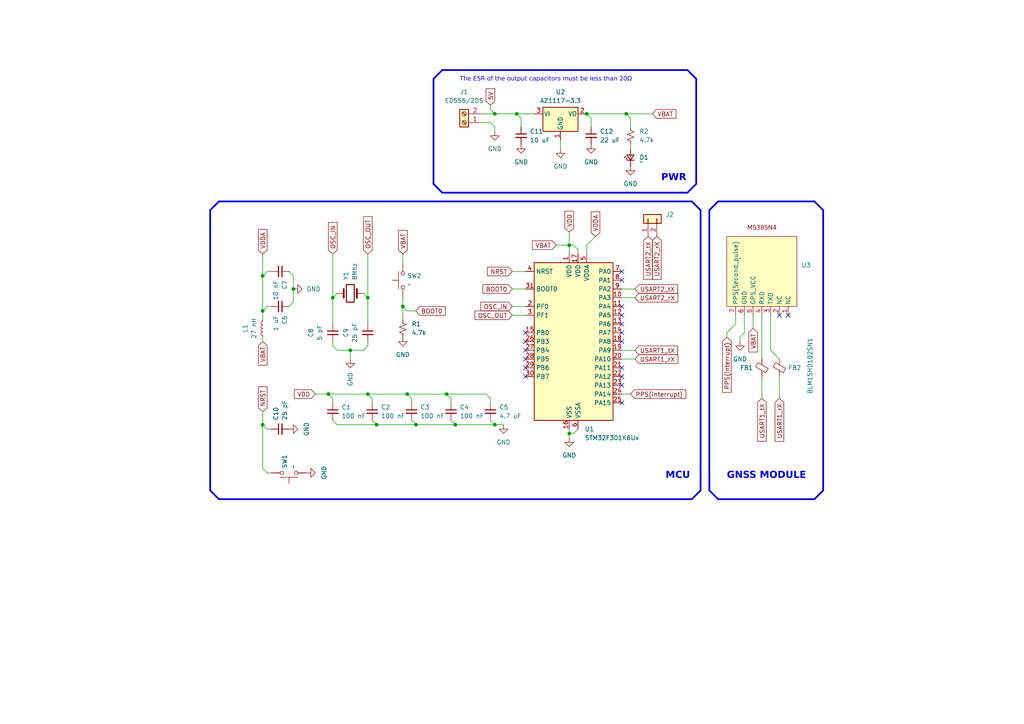
<source format=kicad_sch>
(kicad_sch (version 20230121) (generator eeschema)
  (paper "A4")
  (lib_symbols
    (symbol "Connector:Screw_Terminal_01x02" (pin_names (offset 1.016) hide)
      (property "Reference" "J" (at 0 2.54 0))
      (property "Value" "Screw_Terminal_01x02" (at 0 -5.08 0))
      (symbol "Screw_Terminal_01x02_1_1"
        (rectangle (start -1.27 1.27) (end 1.27 -3.81) (stroke (width 0.254)) (fill (type background)))
        (circle (center 0 -2.54) (radius 0.635) (stroke (width 0.1524)))
        (polyline (pts (xy -0.5334 -2.2098) (xy 0.3302 -3.048)) (stroke (width 0.1524)))
        (polyline (pts (xy -0.5334 0.3302) (xy 0.3302 -0.508)) (stroke (width 0.1524)))
        (polyline (pts (xy -0.3556 -2.032) (xy 0.508 -2.8702)) (stroke (width 0.1524)))
        (polyline (pts (xy -0.3556 0.508) (xy 0.508 -0.3302)) (stroke (width 0.1524)))
        (circle (center 0 0) (radius 0.635) (stroke (width 0.1524)))
        (pin passive line (at -5.08 0 0) (length 3.81) (name "Pin_1") (number "1"))
        (pin passive line (at -5.08 -2.54 0) (length 3.81) (name "Pin_2") (number "2"))
      )
    )
    (symbol "Connector_Generic:Conn_01x02" (pin_names (offset 1.016) hide)
      (property "Reference" "J" (at 0 2.54 0))
      (property "Value" "Conn_01x02" (at 0 -5.08 0))
      (symbol "Conn_01x02_1_1"
        (rectangle (start -1.27 -2.413) (end 0 -2.667) (stroke (width 0.1524)))
        (rectangle (start -1.27 0.127) (end 0 -0.127) (stroke (width 0.1524)))
        (rectangle (start -1.27 1.27) (end 1.27 -3.81) (stroke (width 0.254)) (fill (type background)))
        (pin passive line (at -5.08 0 0) (length 3.81) (name "Pin_1") (number "1"))
        (pin passive line (at -5.08 -2.54 0) (length 3.81) (name "Pin_2") (number "2"))
      )
    )
    (symbol "Device:C_Small" (pin_numbers hide) (pin_names (offset 0.254) hide)
      (property "Reference" "C" (at 0.254 1.778 0))
      (property "Value" "C_Small" (at 0.254 -2.032 0))
      (symbol "C_Small_0_1"
        (polyline (pts (xy -1.524 -0.508) (xy 1.524 -0.508)) (stroke (width 0.3302)))
        (polyline (pts (xy -1.524 0.508) (xy 1.524 0.508)) (stroke (width 0.3048)))
      )
      (symbol "C_Small_1_1"
        (pin passive line (at 0 2.54 270) (length 2.032) (name "~") (number "1"))
        (pin passive line (at 0 -2.54 90) (length 2.032) (name "~") (number "2"))
      )
    )
    (symbol "Device:Crystal" (pin_numbers hide) (pin_names (offset 1.016) hide)
      (property "Reference" "Y" (at 0 3.81 0))
      (property "Value" "Crystal" (at 0 -3.81 0))
      (symbol "Crystal_0_1"
        (rectangle (start -1.143 2.54) (end 1.143 -2.54) (stroke (width 0.3048)))
        (polyline (pts (xy -2.54 0) (xy -1.905 0)))
        (polyline (pts (xy -1.905 -1.27) (xy -1.905 1.27)) (stroke (width 0.508)))
        (polyline (pts (xy 1.905 -1.27) (xy 1.905 1.27)) (stroke (width 0.508)))
        (polyline (pts (xy 2.54 0) (xy 1.905 0)))
      )
      (symbol "Crystal_1_1"
        (pin passive line (at -3.81 0 0) (length 1.27) (name "1") (number "1"))
        (pin passive line (at 3.81 0 180) (length 1.27) (name "2") (number "2"))
      )
    )
    (symbol "Device:FerriteBead_Small" (pin_numbers hide) (pin_names (offset 0))
      (property "Reference" "FB" (at 1.905 1.27 0))
      (property "Value" "FerriteBead_Small" (at 1.905 -1.27 0))
      (symbol "FerriteBead_Small_0_1"
        (polyline (pts (xy 0 -1.27) (xy 0 -0.7874)))
        (polyline (pts (xy 0 0.889) (xy 0 1.2954)))
        (polyline (pts (xy -1.8288 0.2794) (xy -1.1176 1.4986) (xy 1.8288 -0.2032) (xy 1.1176 -1.4224) (xy -1.8288 0.2794)))
      )
      (symbol "FerriteBead_Small_1_1"
        (pin passive line (at 0 2.54 270) (length 1.27) (name "~") (number "1"))
        (pin passive line (at 0 -2.54 90) (length 1.27) (name "~") (number "2"))
      )
    )
    (symbol "Device:LED_Small" (pin_numbers hide) (pin_names (offset 0.254) hide)
      (property "Reference" "D" (at -1.27 3.175 0))
      (property "Value" "LED_Small" (at -4.445 -2.54 0))
      (symbol "LED_Small_0_1"
        (polyline (pts (xy -0.762 -1.016) (xy -0.762 1.016)) (stroke (width 0.254)))
        (polyline (pts (xy 1.016 0) (xy -0.762 0)))
        (polyline (pts (xy 0.762 -1.016) (xy -0.762 0) (xy 0.762 1.016) (xy 0.762 -1.016)) (stroke (width 0.254)))
        (polyline (pts (xy 0 0.762) (xy -0.508 1.27) (xy -0.254 1.27) (xy -0.508 1.27) (xy -0.508 1.016)))
        (polyline (pts (xy 0.508 1.27) (xy 0 1.778) (xy 0.254 1.778) (xy 0 1.778) (xy 0 1.524)))
      )
      (symbol "LED_Small_1_1"
        (pin passive line (at -2.54 0 0) (length 1.778) (name "K") (number "1"))
        (pin passive line (at 2.54 0 180) (length 1.778) (name "A") (number "2"))
      )
    )
    (symbol "Device:L_Small" (pin_numbers hide) (pin_names (offset 0.254) hide)
      (property "Reference" "L" (at 0.762 1.016 0))
      (property "Value" "L_Small" (at 0.762 -1.016 0))
      (symbol "L_Small_0_1"
        (arc (start 0 -2.032) (mid 0.5058 -1.524) (end 0 -1.016))
        (arc (start 0 -1.016) (mid 0.5058 -0.508) (end 0 0))
        (arc (start 0 0) (mid 0.5058 0.508) (end 0 1.016))
        (arc (start 0 1.016) (mid 0.5058 1.524) (end 0 2.032))
      )
      (symbol "L_Small_1_1"
        (pin passive line (at 0 2.54 270) (length 0.508) (name "~") (number "1"))
        (pin passive line (at 0 -2.54 90) (length 0.508) (name "~") (number "2"))
      )
    )
    (symbol "Device:R_Small_US" (pin_numbers hide) (pin_names (offset 0.254) hide)
      (property "Reference" "R" (at 0.762 0.508 0))
      (property "Value" "R_Small_US" (at 0.762 -1.016 0))
      (symbol "R_Small_US_1_1"
        (polyline (pts (xy 0 0) (xy 1.016 -0.381) (xy 0 -0.762) (xy -1.016 -1.143) (xy 0 -1.524)))
        (polyline (pts (xy 0 1.524) (xy 1.016 1.143) (xy 0 0.762) (xy -1.016 0.381) (xy 0 0)))
        (pin passive line (at 0 2.54 270) (length 1.016) (name "~") (number "1"))
        (pin passive line (at 0 -2.54 90) (length 1.016) (name "~") (number "2"))
      )
    )
    (symbol "GPS-PND:MS38SN4"
      (property "Reference" "U" (at -10.16 11.43 0))
      (symbol "MS38SN4_0_0"
        (text "" (at -2.54 -7.62 0) (effects (font (size 1.27 1.27))))
      )
      (symbol "MS38SN4_1_1"
        (rectangle (start -10.16 10.16) (end 10.16 -10.16) (fill (type background)))
        (text "MS38SN4" (at 0 12.7 0) (effects (font (size 1.27 1.27))))
        (pin passive line (at 7.62 -12.7 90) (length 2.54) (name "NC") (number "1"))
        (pin passive line (at 5.08 -12.7 90) (length 2.54) (name "NC") (number "2"))
        (pin output line (at 2.54 -12.7 90) (length 2.54) (name "TXD") (number "3"))
        (pin input line (at 0 -12.7 90) (length 2.54) (name "RXD") (number "4"))
        (pin power_in line (at -2.54 -12.7 90) (length 2.54) (name "GPS_VCC") (number "5"))
        (pin passive line (at -5.08 -12.7 90) (length 2.54) (name "GND") (number "6"))
        (pin passive line (at -7.62 -12.7 90) (length 2.54) (name "PPS(Second_pulse)") (number "7"))
      )
    )
    (symbol "MCU_ST_STM32F3:STM32F301K6Ux"
      (property "Reference" "U" (at -10.16 24.13 0))
      (property "Value" "STM32F301K6Ux" (at 7.62 24.13 0))
      (symbol "STM32F301K6Ux_0_1"
        (rectangle (start -10.16 -22.86) (end 12.7 22.86) (stroke (width 0.254)) (fill (type background)))
      )
      (symbol "STM32F301K6Ux_1_1"
        (pin power_in line (at 0 25.4 270) (length 2.54) (name "VDD") (number "1"))
        (pin bidirectional line (at 15.24 12.7 180) (length 2.54) (name "PA3") (number "10"))
        (pin bidirectional line (at 15.24 10.16 180) (length 2.54) (name "PA4") (number "11"))
        (pin bidirectional line (at 15.24 7.62 180) (length 2.54) (name "PA5") (number "12"))
        (pin bidirectional line (at 15.24 5.08 180) (length 2.54) (name "PA6") (number "13"))
        (pin bidirectional line (at 15.24 2.54 180) (length 2.54) (name "PA7") (number "14"))
        (pin bidirectional line (at -12.7 2.54 0) (length 2.54) (name "PB0") (number "15"))
        (pin power_in line (at 0 -25.4 90) (length 2.54) (name "VSS") (number "16"))
        (pin power_in line (at 2.54 25.4 270) (length 2.54) (name "VDD") (number "17"))
        (pin bidirectional line (at 15.24 0 180) (length 2.54) (name "PA8") (number "18"))
        (pin bidirectional line (at 15.24 -2.54 180) (length 2.54) (name "PA9") (number "19"))
        (pin bidirectional line (at -12.7 10.16 0) (length 2.54) (name "PF0") (number "2"))
        (pin bidirectional line (at 15.24 -5.08 180) (length 2.54) (name "PA10") (number "20"))
        (pin bidirectional line (at 15.24 -7.62 180) (length 2.54) (name "PA11") (number "21"))
        (pin bidirectional line (at 15.24 -10.16 180) (length 2.54) (name "PA12") (number "22"))
        (pin bidirectional line (at 15.24 -12.7 180) (length 2.54) (name "PA13") (number "23"))
        (pin bidirectional line (at 15.24 -15.24 180) (length 2.54) (name "PA14") (number "24"))
        (pin bidirectional line (at 15.24 -17.78 180) (length 2.54) (name "PA15") (number "25"))
        (pin bidirectional line (at -12.7 0 0) (length 2.54) (name "PB3") (number "26"))
        (pin bidirectional line (at -12.7 -2.54 0) (length 2.54) (name "PB4") (number "27"))
        (pin bidirectional line (at -12.7 -5.08 0) (length 2.54) (name "PB5") (number "28"))
        (pin bidirectional line (at -12.7 -7.62 0) (length 2.54) (name "PB6") (number "29"))
        (pin bidirectional line (at -12.7 7.62 0) (length 2.54) (name "PF1") (number "3"))
        (pin bidirectional line (at -12.7 -10.16 0) (length 2.54) (name "PB7") (number "30"))
        (pin input line (at -12.7 15.24 0) (length 2.54) (name "BOOT0") (number "31"))
        (pin passive line (at 0 -25.4 90) (length 2.54) hide (name "VSS") (number "32"))
        (pin passive line (at 0 -25.4 90) (length 2.54) hide (name "VSS") (number "33"))
        (pin input line (at -12.7 20.32 0) (length 2.54) (name "NRST") (number "4"))
        (pin power_in line (at 5.08 25.4 270) (length 2.54) (name "VDDA") (number "5"))
        (pin power_in line (at 2.54 -25.4 90) (length 2.54) (name "VSSA") (number "6"))
        (pin bidirectional line (at 15.24 20.32 180) (length 2.54) (name "PA0") (number "7"))
        (pin bidirectional line (at 15.24 17.78 180) (length 2.54) (name "PA1") (number "8"))
        (pin bidirectional line (at 15.24 15.24 180) (length 2.54) (name "PA2") (number "9"))
      )
    )
    (symbol "Regulator_Linear:AZ1117-3.3" (pin_names (offset 0.254))
      (property "Reference" "U" (at -3.81 3.175 0))
      (property "Value" "AZ1117-3.3" (at 0 3.175 0))
      (symbol "AZ1117-3.3_0_1"
        (rectangle (start -5.08 1.905) (end 5.08 -5.08) (stroke (width 0.254)) (fill (type background)))
      )
      (symbol "AZ1117-3.3_1_1"
        (pin power_in line (at 0 -7.62 90) (length 2.54) (name "GND") (number "1"))
        (pin power_out line (at 7.62 0 180) (length 2.54) (name "VO") (number "2"))
        (pin power_in line (at -7.62 0 0) (length 2.54) (name "VI") (number "3"))
      )
    )
    (symbol "Switch:SW_Push" (pin_numbers hide) (pin_names (offset 1.016) hide)
      (property "Reference" "SW" (at 1.27 2.54 0))
      (property "Value" "SW_Push" (at 0 -1.524 0))
      (symbol "SW_Push_0_1"
        (circle (center -2.032 0) (radius 0.508))
        (polyline (pts (xy 0 1.27) (xy 0 3.048)))
        (polyline (pts (xy 2.54 1.27) (xy -2.54 1.27)))
        (circle (center 2.032 0) (radius 0.508))
        (pin passive line (at -5.08 0 0) (length 2.54) (name "1") (number "1"))
        (pin passive line (at 5.08 0 180) (length 2.54) (name "2") (number "2"))
      )
    )
    (symbol "power:GND" (power) (pin_names (offset 0))
      (property "Value" "GND" (at 0 -3.81 0))
      (symbol "GND_0_1"
        (polyline (pts (xy 0 0) (xy 0 -1.27) (xy 1.27 -1.27) (xy 0 -2.54) (xy -1.27 -1.27) (xy 0 -1.27)))
      )
      (symbol "GND_1_1"
        (pin power_in line (at 0 0 270) (length 0) hide (name "GND") (number "1"))
      )
    )
  )
  (junction (at 165.1 125.73))
  (junction (at 101.6 101.6))
  (junction (at 170.18 33.02))
  (junction (at 181.61 33.02))
  (junction (at 76.2 80.01))
  (junction (at 95.25 114.3))
  (junction (at 143.51 123.19))
  (junction (at 109.22 123.19))
  (junction (at 116.84 88.9))
  (junction (at 120.65 123.19))
  (junction (at 76.2 90.17))
  (junction (at 106.68 86.36))
  (junction (at 165.1 71.12))
  (junction (at 132.08 123.19))
  (junction (at 143.51 33.02))
  (junction (at 85.09 83.82))
  (junction (at 96.52 86.36))
  (junction (at 149.86 33.02))
  (junction (at 76.2 123.19))
  (junction (at 106.68 114.3))
  (junction (at 129.54 114.3))
  (junction (at 118.11 114.3))
  (no_connect (at 180.34 99.06))
  (no_connect (at 180.34 88.9))
  (no_connect (at 180.34 106.68))
  (no_connect (at 226.06 91.44))
  (no_connect (at 152.4 99.06))
  (no_connect (at 152.4 109.22))
  (no_connect (at 152.4 106.68))
  (no_connect (at 180.34 116.84))
  (no_connect (at 152.4 101.6))
  (no_connect (at 180.34 81.28))
  (no_connect (at 152.4 96.52))
  (no_connect (at 180.34 96.52))
  (no_connect (at 152.4 104.14))
  (no_connect (at 180.34 93.98))
  (no_connect (at 228.6 91.44))
  (no_connect (at 180.34 111.76))
  (no_connect (at 180.34 91.44))
  (no_connect (at 180.34 109.22))
  (no_connect (at 180.34 78.74))
  (polyline (pts (xy 208.28 58.42) (xy 236.22 58.42)) (stroke (width 0.5)))
  (wire (pts (xy 76.2 119.38) (xy 76.2 123.19)))
  (wire (pts (xy 184.15 101.6) (xy 180.34 101.6)))
  (wire (pts (xy 76.2 73.66) (xy 76.2 80.01)))
  (wire (pts (xy 96.52 86.36) (xy 97.79 85.09)))
  (wire (pts (xy 106.68 86.36) (xy 105.41 85.09)))
  (polyline (pts (xy 199.39 20.32) (xy 201.93 22.86)) (stroke (width 0.5)))
  (wire (pts (xy 148.59 88.9) (xy 152.4 88.9)))
  (wire (pts (xy 97.79 123.19) (xy 109.22 123.19)))
  (wire (pts (xy 165.1 71.12) (xy 165.1 73.66)))
  (wire (pts (xy 143.51 123.19) (xy 146.05 123.19)))
  (wire (pts (xy 165.1 67.31) (xy 165.1 71.12)))
  (wire (pts (xy 181.61 33.02) (xy 182.88 34.29)))
  (wire (pts (xy 184.15 104.14) (xy 180.34 104.14)))
  (wire (pts (xy 96.52 73.66) (xy 96.52 86.36)))
  (wire (pts (xy 95.25 114.3) (xy 96.52 115.57)))
  (wire (pts (xy 101.6 101.6) (xy 105.41 101.6)))
  (wire (pts (xy 118.11 114.3) (xy 119.38 115.57)))
  (polyline (pts (xy 198.12 144.78) (xy 200.66 144.78)) (stroke (width 0.5)))
  (wire (pts (xy 83.82 88.9) (xy 85.09 87.63)))
  (wire (pts (xy 149.86 33.02) (xy 151.13 34.29)))
  (wire (pts (xy 77.47 78.74) (xy 78.74 78.74)))
  (wire (pts (xy 210.82 96.52) (xy 213.36 93.98)))
  (wire (pts (xy 165.1 125.73) (xy 165.1 127)))
  (polyline (pts (xy 205.74 139.7) (xy 205.74 142.24)) (stroke (width 0.5)))
  (wire (pts (xy 91.44 114.3) (xy 95.25 114.3)))
  (wire (pts (xy 171.45 36.83) (xy 171.45 34.29)))
  (wire (pts (xy 85.09 87.63) (xy 85.09 83.82)))
  (wire (pts (xy 167.64 124.46) (xy 166.37 125.73)))
  (polyline (pts (xy 180.34 58.42) (xy 200.66 58.42)) (stroke (width 0.5)))
  (wire (pts (xy 76.2 90.17) (xy 77.47 88.9)))
  (wire (pts (xy 96.52 99.06) (xy 96.52 100.33)))
  (wire (pts (xy 85.09 83.82) (xy 85.09 80.01)))
  (wire (pts (xy 165.1 124.46) (xy 165.1 125.73)))
  (wire (pts (xy 148.59 83.82) (xy 152.4 83.82)))
  (wire (pts (xy 184.15 83.82) (xy 180.34 83.82)))
  (polyline (pts (xy 63.5 144.78) (xy 198.12 144.78)) (stroke (width 0.5)))
  (wire (pts (xy 101.6 104.14) (xy 101.6 101.6)))
  (polyline (pts (xy 128.27 20.32) (xy 199.39 20.32)) (stroke (width 0.5)))
  (wire (pts (xy 116.84 73.66) (xy 116.84 76.2)))
  (wire (pts (xy 213.36 91.44) (xy 213.36 93.98)))
  (polyline (pts (xy 125.73 22.86) (xy 128.27 20.32)) (stroke (width 0.5)))
  (polyline (pts (xy 200.66 144.78) (xy 203.2 142.24)) (stroke (width 0.5)))
  (polyline (pts (xy 205.74 60.96) (xy 205.74 137.16)) (stroke (width 0.5)))
  (wire (pts (xy 166.37 71.12) (xy 167.64 72.39)))
  (wire (pts (xy 152.4 91.44) (xy 148.59 91.44)))
  (polyline (pts (xy 238.76 60.96) (xy 238.76 139.7)) (stroke (width 0.5)))
  (wire (pts (xy 223.52 101.6) (xy 226.06 104.14)))
  (wire (pts (xy 130.81 115.57) (xy 130.81 116.84)))
  (wire (pts (xy 118.11 90.17) (xy 120.65 90.17)))
  (wire (pts (xy 214.63 97.79) (xy 215.9 96.52)))
  (wire (pts (xy 181.61 33.02) (xy 189.23 33.02)))
  (wire (pts (xy 142.24 115.57) (xy 142.24 116.84)))
  (wire (pts (xy 132.08 123.19) (xy 130.81 121.92)))
  (wire (pts (xy 120.65 123.19) (xy 119.38 121.92)))
  (wire (pts (xy 120.65 123.19) (xy 132.08 123.19)))
  (wire (pts (xy 106.68 114.3) (xy 118.11 114.3)))
  (polyline (pts (xy 63.5 58.42) (xy 68.58 58.42)) (stroke (width 0.5)))
  (wire (pts (xy 220.98 109.22) (xy 220.98 115.57)))
  (polyline (pts (xy 208.28 144.78) (xy 205.74 142.24)) (stroke (width 0.5)))
  (wire (pts (xy 76.2 123.19) (xy 76.2 135.89)))
  (wire (pts (xy 220.98 104.14) (xy 220.98 91.44)))
  (wire (pts (xy 170.18 71.12) (xy 172.72 68.58)))
  (polyline (pts (xy 184.15 55.88) (xy 199.39 55.88)) (stroke (width 0.5)))
  (polyline (pts (xy 203.2 60.96) (xy 203.2 142.24)) (stroke (width 0.5)))
  (wire (pts (xy 226.06 109.22) (xy 226.06 115.57)))
  (polyline (pts (xy 104.14 58.42) (xy 180.34 58.42)) (stroke (width 0.5)))
  (wire (pts (xy 116.84 86.36) (xy 116.84 88.9)))
  (wire (pts (xy 142.24 30.48) (xy 142.24 31.75)))
  (wire (pts (xy 96.52 121.92) (xy 97.79 123.19)))
  (wire (pts (xy 182.88 41.91) (xy 182.88 43.18)))
  (wire (pts (xy 214.63 97.79) (xy 214.63 99.06)))
  (wire (pts (xy 77.47 88.9) (xy 78.74 88.9)))
  (wire (pts (xy 96.52 115.57) (xy 96.52 116.84)))
  (wire (pts (xy 223.52 101.6) (xy 223.52 91.44)))
  (wire (pts (xy 77.47 137.16) (xy 76.2 135.89)))
  (wire (pts (xy 139.7 35.56) (xy 142.24 35.56)))
  (wire (pts (xy 129.54 114.3) (xy 130.81 115.57)))
  (polyline (pts (xy 60.96 142.24) (xy 63.5 144.78)) (stroke (width 0.5)))
  (wire (pts (xy 109.22 123.19) (xy 107.95 121.92)))
  (wire (pts (xy 165.1 71.12) (xy 166.37 71.12)))
  (wire (pts (xy 170.18 73.66) (xy 170.18 71.12)))
  (wire (pts (xy 129.54 114.3) (xy 140.97 114.3)))
  (wire (pts (xy 97.79 101.6) (xy 101.6 101.6)))
  (wire (pts (xy 140.97 114.3) (xy 142.24 115.57)))
  (wire (pts (xy 76.2 92.71) (xy 76.2 90.17)))
  (wire (pts (xy 142.24 35.56) (xy 143.51 36.83)))
  (wire (pts (xy 116.84 88.9) (xy 116.84 92.71)))
  (wire (pts (xy 143.51 33.02) (xy 149.86 33.02)))
  (polyline (pts (xy 184.15 55.88) (xy 128.27 55.88)) (stroke (width 0.5)))
  (polyline (pts (xy 205.74 60.96) (xy 208.28 58.42)) (stroke (width 0.5)))
  (wire (pts (xy 215.9 91.44) (xy 215.9 96.52)))
  (polyline (pts (xy 208.28 144.78) (xy 236.22 144.78)) (stroke (width 0.5)))
  (wire (pts (xy 107.95 115.57) (xy 107.95 116.84)))
  (polyline (pts (xy 63.5 58.42) (xy 60.96 60.96)) (stroke (width 0.5)))
  (polyline (pts (xy 60.96 60.96) (xy 60.96 66.04)) (stroke (width 0.5)))
  (wire (pts (xy 76.2 80.01) (xy 77.47 78.74)))
  (polyline (pts (xy 125.73 53.34) (xy 125.73 22.86)) (stroke (width 0.5)))
  (wire (pts (xy 105.41 101.6) (xy 106.68 100.33)))
  (wire (pts (xy 184.15 86.36) (xy 180.34 86.36)))
  (wire (pts (xy 132.08 123.19) (xy 143.51 123.19)))
  (polyline (pts (xy 205.74 137.16) (xy 205.74 139.7)) (stroke (width 0.5)))
  (wire (pts (xy 167.64 73.66) (xy 167.64 72.39)))
  (wire (pts (xy 139.7 33.02) (xy 143.51 33.02)))
  (polyline (pts (xy 238.76 139.7) (xy 238.76 142.24)) (stroke (width 0.5)))
  (wire (pts (xy 95.25 114.3) (xy 106.68 114.3)))
  (wire (pts (xy 170.18 33.02) (xy 181.61 33.02)))
  (wire (pts (xy 180.34 114.3) (xy 182.88 114.3)))
  (wire (pts (xy 106.68 86.36) (xy 106.68 93.98)))
  (polyline (pts (xy 236.22 58.42) (xy 238.76 60.96)) (stroke (width 0.5)))
  (wire (pts (xy 77.47 124.46) (xy 76.2 123.19)))
  (wire (pts (xy 142.24 31.75) (xy 143.51 33.02)))
  (polyline (pts (xy 201.93 22.86) (xy 201.93 53.34)) (stroke (width 0.5)))
  (wire (pts (xy 162.56 43.18) (xy 162.56 40.64)))
  (wire (pts (xy 96.52 93.98) (xy 96.52 86.36)))
  (wire (pts (xy 77.47 137.16) (xy 78.74 137.16)))
  (polyline (pts (xy 60.96 66.04) (xy 60.96 142.24)) (stroke (width 0.5)))
  (wire (pts (xy 182.88 36.83) (xy 182.88 34.29)))
  (polyline (pts (xy 238.76 142.24) (xy 236.22 144.78)) (stroke (width 0.5)))
  (wire (pts (xy 143.51 36.83) (xy 143.51 38.1)))
  (wire (pts (xy 106.68 100.33) (xy 106.68 99.06)))
  (wire (pts (xy 109.22 123.19) (xy 120.65 123.19)))
  (wire (pts (xy 161.29 71.12) (xy 165.1 71.12)))
  (wire (pts (xy 83.82 78.74) (xy 85.09 80.01)))
  (wire (pts (xy 210.82 96.52) (xy 210.82 97.79)))
  (polyline (pts (xy 199.39 55.88) (xy 201.93 53.34)) (stroke (width 0.5)))
  (wire (pts (xy 170.18 33.02) (xy 171.45 34.29)))
  (wire (pts (xy 118.11 114.3) (xy 129.54 114.3)))
  (wire (pts (xy 119.38 115.57) (xy 119.38 116.84)))
  (wire (pts (xy 97.79 101.6) (xy 96.52 100.33)))
  (wire (pts (xy 106.68 114.3) (xy 107.95 115.57)))
  (wire (pts (xy 143.51 123.19) (xy 142.24 121.92)))
  (wire (pts (xy 116.84 88.9) (xy 118.11 90.17)))
  (polyline (pts (xy 104.14 58.42) (xy 68.58 58.42)) (stroke (width 0.5)))
  (polyline (pts (xy 203.2 60.96) (xy 200.66 58.42)) (stroke (width 0.5)))
  (wire (pts (xy 166.37 125.73) (xy 165.1 125.73)))
  (wire (pts (xy 152.4 78.74) (xy 148.59 78.74)))
  (wire (pts (xy 76.2 90.17) (xy 76.2 80.01)))
  (wire (pts (xy 78.74 124.46) (xy 77.47 124.46)))
  (wire (pts (xy 76.2 97.79) (xy 76.2 99.06)))
  (wire (pts (xy 218.44 91.44) (xy 218.44 95.25)))
  (wire (pts (xy 149.86 33.02) (xy 154.94 33.02)))
  (wire (pts (xy 106.68 73.66) (xy 106.68 86.36)))
  (polyline (pts (xy 125.73 53.34) (xy 128.27 55.88)) (stroke (width 0.5)))
  (wire (pts (xy 151.13 36.83) (xy 151.13 34.29)))
  (text "PWR" (at 191.77 53.34 0) (effects (font (size 2 2) (thickness 0.6) bold) (justify left bottom)))
  (text "MCU" (at 193.04 139.7 0) (effects (font (size 2 2) (thickness 0.6) bold) (justify left bottom)))
  (text "The ESR of the output capacitors must be less than 20Ω" (at 133.35 24.13 0) (effects (font (size 1.27 1.27)) (justify left bottom)))
  (text "GNSS MODULE" (at 210.82 139.7 0) (effects (font (size 2 2) (thickness 0.6) bold) (justify left bottom)))
  (global_label "BOOT0" (shape input) (at 120.65 90.17 0) (property "Intersheetrefs" "${INTERSHEET_REFS}" (effects hide)))
  (global_label "USART2_rX" (shape input) (at 190.5 68.58 270) (property "Intersheetrefs" "${INTERSHEET_REFS}" (effects hide)))
  (global_label "VBAT" (shape input) (at 218.44 95.25 270) (property "Intersheetrefs" "${INTERSHEET_REFS}" (effects hide)))
  (global_label "BOOT0" (shape input) (at 148.59 83.82 180) (property "Intersheetrefs" "${INTERSHEET_REFS}" (effects hide)))
  (global_label "VDD" (shape input) (at 91.44 114.3 180) (property "Intersheetrefs" "${INTERSHEET_REFS}" (effects hide)))
  (global_label "OSC_IN" (shape input) (at 96.52 73.66 90) (property "Intersheetrefs" "${INTERSHEET_REFS}" (effects hide)))
  (global_label "OSC_OUT" (shape input) (at 148.59 91.44 180) (property "Intersheetrefs" "${INTERSHEET_REFS}" (effects hide)))
  (global_label "VBAT" (shape input) (at 116.84 73.66 90) (property "Intersheetrefs" "${INTERSHEET_REFS}" (effects hide)))
  (global_label "PPS(interrupt)" (shape input) (at 210.82 97.79 270) (property "Intersheetrefs" "${INTERSHEET_REFS}" (effects hide)))
  (global_label "NRST" (shape input) (at 76.2 119.38 90) (property "Intersheetrefs" "${INTERSHEET_REFS}" (effects hide)))
  (global_label "5V" (shape input) (at 142.24 30.48 90) (property "Intersheetrefs" "${INTERSHEET_REFS}" (effects hide)))
  (global_label "USART2_rX" (shape input) (at 184.15 86.36 0) (property "Intersheetrefs" "${INTERSHEET_REFS}" (effects hide)))
  (global_label "VBAT" (shape input) (at 161.29 71.12 180) (property "Intersheetrefs" "${INTERSHEET_REFS}" (effects hide)))
  (global_label "OSC_IN" (shape input) (at 148.59 88.9 180) (property "Intersheetrefs" "${INTERSHEET_REFS}" (effects hide)))
  (global_label "OSC_OUT" (shape input) (at 106.68 73.66 90) (property "Intersheetrefs" "${INTERSHEET_REFS}" (effects hide)))
  (global_label "NRST" (shape input) (at 148.59 78.74 180) (property "Intersheetrefs" "${INTERSHEET_REFS}" (effects hide)))
  (global_label "VBAT" (shape input) (at 189.23 33.02 0) (property "Intersheetrefs" "${INTERSHEET_REFS}" (effects hide)))
  (global_label "USART2_tX" (shape input) (at 184.15 83.82 0) (property "Intersheetrefs" "${INTERSHEET_REFS}" (effects hide)))
  (global_label "VDDA" (shape input) (at 172.72 68.58 90) (property "Intersheetrefs" "${INTERSHEET_REFS}" (effects hide)))
  (global_label "USART1_rX" (shape input) (at 226.06 115.57 270) (property "Intersheetrefs" "${INTERSHEET_REFS}" (effects hide)))
  (global_label "USART2_tX" (shape input) (at 187.96 68.58 270) (property "Intersheetrefs" "${INTERSHEET_REFS}" (effects hide)))
  (global_label "VDD" (shape input) (at 165.1 67.31 90) (property "Intersheetrefs" "${INTERSHEET_REFS}" (effects hide)))
  (global_label "USART1_tX" (shape input) (at 184.15 101.6 0) (property "Intersheetrefs" "${INTERSHEET_REFS}" (effects hide)))
  (global_label "PPS(interrupt)" (shape input) (at 182.88 114.3 0) (property "Intersheetrefs" "${INTERSHEET_REFS}" (effects hide)))
  (global_label "USART1_tX" (shape input) (at 220.98 115.57 270) (property "Intersheetrefs" "${INTERSHEET_REFS}" (effects hide)))
  (global_label "USART1_rX" (shape input) (at 184.15 104.14 0) (property "Intersheetrefs" "${INTERSHEET_REFS}" (effects hide)))
  (global_label "VDDA" (shape input) (at 76.2 73.66 90) (property "Intersheetrefs" "${INTERSHEET_REFS}" (effects hide)))
  (global_label "VBAT" (shape input) (at 76.2 99.06 270) (property "Intersheetrefs" "${INTERSHEET_REFS}" (effects hide)))
  (symbol (lib_id "power:GND") (at 101.6 104.14 0) (unit 1)
    (property "Reference" "#PWR03" (effects hide))
    (property "Value" "GND" (at 101.6 107.95 90) (effects (justify right)))
  )
  (symbol (lib_id "Device:C_Small") (at 171.45 39.37 0) (unit 1)
    (property "Reference" "C12" (at 173.99 38.1063 0) (effects (justify left)))
    (property "Value" "22 uF" (at 173.99 40.6463 0) (effects (justify left)))
    (property "Footprint" "Capacitor_Tantalum_SMD:CP_EIA-3216-12_Kemet-S_Pad1.58x1.35mm_HandSolder" (effects hide))
  )
  (symbol (lib_id "Device:C_Small") (at 81.28 88.9 270) (unit 1)
    (property "Reference" "C6" (at 82.5437 91.44 0) (effects (justify left)))
    (property "Value" "1 uF" (at 80.0037 91.44 0) (effects (justify left)))
    (property "Footprint" "Capacitor_SMD:C_0402_1005Metric_Pad0.74x0.62mm_HandSolder" (effects hide))
  )
  (symbol (lib_id "power:GND") (at 146.05 123.19 0) (unit 1)
    (property "Reference" "#PWR01" (effects hide))
    (property "Value" "GND" (at 146.05 128.27 0))
  )
  (symbol (lib_id "Device:C_Small") (at 81.28 78.74 270) (unit 1)
    (property "Reference" "C7" (at 82.5437 81.28 0) (effects (justify left)))
    (property "Value" "10 nF" (at 80.0037 81.28 0) (effects (justify left)))
    (property "Footprint" "Capacitor_SMD:C_0402_1005Metric_Pad0.74x0.62mm_HandSolder" (effects hide))
  )
  (symbol (lib_id "Device:FerriteBead_Small") (at 220.98 106.68 0) (unit 1)
    (property "Reference" "FB1" (at 214.63 106.68 0) (effects (justify left)))
    (property "Value" "BLM15HD102SN1" (effects hide))
    (property "Footprint" "Inductor_SMD:L_0201_0603Metric_Pad0.64x0.40mm_HandSolder" (effects hide))
  )
  (symbol (lib_id "GPS-PND:MS38SN4") (at 220.98 78.74 0) (unit 1)
    (property "Reference" "U3" (at 232.41 76.9241 0) (effects (justify left)))
    (property "Value" "~" (at 214.63 74.93 0))
    (property "Footprint" "GPS-PND:MS38SN3" (effects hide))
  )
  (symbol (lib_id "Device:C_Small") (at 81.28 124.46 90) (unit 1)
    (property "Reference" "C10" (at 80.0163 121.92 0) (effects (justify left)))
    (property "Value" "25 pF" (at 82.5563 121.92 0) (effects (justify left)))
    (property "Footprint" "Capacitor_SMD:C_0402_1005Metric_Pad0.74x0.62mm_HandSolder" (effects hide))
  )
  (symbol (lib_id "Device:L_Small") (at 76.2 95.25 180) (unit 1)
    (property "Reference" "L1" (at 71.12 95.25 90))
    (property "Value" "27 nH" (at 73.66 95.25 90))
    (property "Footprint" "Inductor_SMD:L_0603_1608Metric_Pad1.05x0.95mm_HandSolder" (effects hide))
  )
  (symbol (lib_id "power:GND") (at 85.09 83.82 90) (unit 1)
    (property "Reference" "#PWR02" (effects hide))
    (property "Value" "GND" (at 88.9 83.82 90) (effects (justify right)))
  )
  (symbol (lib_id "Device:R_Small_US") (at 182.88 39.37 0) (unit 1)
    (property "Reference" "R2" (at 185.42 38.1 0) (effects (justify left)))
    (property "Value" "4.7k" (at 185.42 40.64 0) (effects (justify left)))
    (property "Footprint" "Resistor_SMD:R_0402_1005Metric_Pad0.72x0.64mm_HandSolder" (effects hide))
  )
  (symbol (lib_id "Switch:SW_Push") (at 83.82 137.16 180) (unit 1)
    (property "Reference" "SW1" (at 82.55 135.89 90) (effects (justify right)))
    (property "Value" "~" (at 85.09 135.89 90) (effects (justify right)))
    (property "Footprint" "Button_Switch_SMD:SW_SPST_B3U-1000P-B" (effects hide))
  )
  (symbol (lib_id "Device:FerriteBead_Small") (at 226.06 106.68 0) (unit 1)
    (property "Reference" "FB2" (at 228.6 106.68 0) (effects (justify left)))
    (property "Value" "BLM15HD102SN1" (at 234.95 114.3 90) (effects (justify left)))
    (property "Footprint" "Inductor_SMD:L_0201_0603Metric_Pad0.64x0.40mm_HandSolder" (effects hide))
  )
  (symbol (lib_id "MCU_ST_STM32F3:STM32F301K6Ux") (at 165.1 99.06 0) (unit 1)
    (property "Reference" "U1" (at 169.5959 124.46 0) (effects (justify left)))
    (property "Value" "STM32F301K6Ux" (at 169.5959 127 0) (effects (justify left)))
    (property "Footprint" "Package_DFN_QFN:QFN-32-1EP_5x5mm_P0.5mm_EP3.45x3.45mm" (effects hide))
    (property "Datasheet" "https://www.st.com/resource/en/datasheet/stm32f301k6.pdf" (effects hide))
  )
  (symbol (lib_id "power:GND") (at 83.82 124.46 90) (unit 1)
    (property "Reference" "#PWR04" (effects hide))
    (property "Value" "GND" (at 88.9 124.46 0))
  )
  (symbol (lib_id "Device:C_Small") (at 151.13 39.37 0) (unit 1)
    (property "Reference" "C11" (at 153.67 38.1063 0) (effects (justify left)))
    (property "Value" "10 uF" (at 153.67 40.6463 0) (effects (justify left)))
    (property "Footprint" "Capacitor_Tantalum_SMD:CP_EIA-3216-12_Kemet-S_Pad1.58x1.35mm_HandSolder" (effects hide))
  )
  (symbol (lib_id "Device:C_Small") (at 130.81 119.38 0) (unit 1)
    (property "Reference" "C4" (at 133.35 118.1163 0) (effects (justify left)))
    (property "Value" "100 nF" (at 133.35 120.6563 0) (effects (justify left)))
    (property "Footprint" "Capacitor_SMD:C_0402_1005Metric_Pad0.74x0.62mm_HandSolder" (effects hide))
  )
  (symbol (lib_id "Regulator_Linear:AZ1117-3.3") (at 162.56 33.02 0) (unit 1)
    (property "Reference" "U2" (at 162.56 26.67 0))
    (property "Value" "AZ1117-3.3" (at 162.56 29.21 0))
    (property "Footprint" "Package_TO_SOT_SMD:SOT-223-3_TabPin2" (effects hide))
    (property "Datasheet" "https://www.diodes.com/assets/Datasheets/AZ1117.pdf" (effects hide))
  )
  (symbol (lib_id "power:GND") (at 171.45 41.91 0) (unit 1)
    (property "Reference" "#PWR010" (effects hide))
    (property "Value" "GND" (at 171.45 46.99 0))
  )
  (symbol (lib_id "power:GND") (at 143.51 38.1 0) (unit 1)
    (property "Reference" "#PWR07" (effects hide))
    (property "Value" "GND" (at 143.51 43.18 0))
  )
  (symbol (lib_id "Connector:Screw_Terminal_01x02") (at 134.62 35.56 180) (unit 1)
    (property "Reference" "J1" (at 134.62 26.67 0))
    (property "Value" "ED555/2DS" (at 134.62 29.21 0))
    (property "Footprint" "GPS-PND:ED555_2DS" (effects hide))
  )
  (symbol (lib_id "power:GND") (at 88.9 137.16 90) (unit 1)
    (property "Reference" "#PWR05" (effects hide))
    (property "Value" "GND" (at 93.98 137.16 0))
  )
  (symbol (lib_id "Device:LED_Small") (at 182.88 45.72 90) (unit 1)
    (property "Reference" "D1" (at 185.42 45.6565 90) (effects (justify right)))
    (property "Value" "~" (at 185.42 46.9265 90) (effects (justify right)))
    (property "Footprint" "LED_SMD:LED_0402_1005Metric_Pad0.77x0.64mm_HandSolder" (effects hide))
  )
  (symbol (lib_id "power:GND") (at 182.88 48.26 0) (unit 1)
    (property "Reference" "#PWR013" (effects hide))
    (property "Value" "GND" (at 182.88 53.34 0))
  )
  (symbol (lib_id "Device:C_Small") (at 106.68 96.52 0) (unit 1)
    (property "Reference" "C9" (at 100.33 96.5264 90))
    (property "Value" "25 pF" (at 102.87 96.5264 90))
    (property "Footprint" "Capacitor_SMD:C_0402_1005Metric_Pad0.74x0.62mm_HandSolder" (effects hide))
  )
  (symbol (lib_id "Device:C_Small") (at 96.52 119.38 0) (unit 1)
    (property "Reference" "C1" (at 99.06 118.1163 0) (effects (justify left)))
    (property "Value" "100 nF" (at 99.06 120.6563 0) (effects (justify left)))
    (property "Footprint" "Capacitor_SMD:C_0402_1005Metric_Pad0.74x0.62mm_HandSolder" (effects hide))
  )
  (symbol (lib_id "Connector_Generic:Conn_01x02") (at 187.96 63.5 90) (unit 1)
    (property "Reference" "J2" (at 193.04 62.23 90) (effects (justify right)))
    (property "Value" "Conn_01x02" (effects hide))
    (property "Footprint" "Connector_PinHeader_2.54mm:PinHeader_1x02_P2.54mm_Vertical" (effects hide))
  )
  (symbol (lib_id "power:GND") (at 214.63 99.06 0) (unit 1)
    (property "Reference" "#PWR011" (effects hide))
    (property "Value" "GND" (at 214.63 104.14 0))
  )
  (symbol (lib_id "power:GND") (at 162.56 43.18 0) (unit 1)
    (property "Reference" "#PWR08" (effects hide))
    (property "Value" "GND" (at 162.56 48.26 0))
  )
  (symbol (lib_id "power:GND") (at 165.1 127 0) (unit 1)
    (property "Reference" "#PWR06" (effects hide))
    (property "Value" "GND" (at 165.1 132.08 0))
  )
  (symbol (lib_id "Device:C_Small") (at 119.38 119.38 0) (unit 1)
    (property "Reference" "C3" (at 121.92 118.1163 0) (effects (justify left)))
    (property "Value" "100 nF" (at 121.92 120.6563 0) (effects (justify left)))
    (property "Footprint" "Capacitor_SMD:C_0402_1005Metric_Pad0.74x0.62mm_HandSolder" (effects hide))
  )
  (symbol (lib_id "Device:C_Small") (at 142.24 119.38 0) (unit 1)
    (property "Reference" "C5" (at 144.78 118.1163 0) (effects (justify left)))
    (property "Value" "4.7 uF" (at 144.78 120.6563 0) (effects (justify left)))
    (property "Footprint" "Capacitor_SMD:C_0402_1005Metric_Pad0.74x0.62mm_HandSolder" (effects hide))
  )
  (symbol (lib_id "power:GND") (at 151.13 41.91 0) (unit 1)
    (property "Reference" "#PWR09" (effects hide))
    (property "Value" "GND" (at 151.13 46.99 0))
  )
  (symbol (lib_id "Device:Crystal") (at 101.6 85.09 180) (unit 1)
    (property "Reference" "Y1" (at 100.33 81.28 90) (effects (justify right)))
    (property "Value" "8Mhz" (at 102.87 81.28 90) (effects (justify right)))
    (property "Footprint" "Crystal:Crystal_SMD_0603-2Pin_6.0x3.5mm_HandSoldering" (effects hide))
  )
  (symbol (lib_id "Device:C_Small") (at 96.52 96.52 0) (unit 1)
    (property "Reference" "C8" (at 90.17 96.5264 90))
    (property "Value" "5 pF" (at 92.71 96.5264 90))
    (property "Footprint" "Capacitor_SMD:C_0402_1005Metric_Pad0.74x0.62mm_HandSolder" (effects hide))
  )
  (symbol (lib_id "Switch:SW_Push") (at 116.84 81.28 90) (unit 1)
    (property "Reference" "SW2" (at 118.11 80.01 90) (effects (justify right)))
    (property "Value" "~" (at 118.11 82.55 90) (effects (justify right)))
    (property "Footprint" "Button_Switch_SMD:SW_SPST_B3U-1000P-B" (effects hide))
  )
  (symbol (lib_id "Device:R_Small_US") (at 116.84 95.25 0) (unit 1)
    (property "Reference" "R1" (at 119.38 93.98 0) (effects (justify left)))
    (property "Value" "4.7k" (at 119.38 96.52 0) (effects (justify left)))
    (property "Footprint" "Resistor_SMD:R_0402_1005Metric_Pad0.72x0.64mm_HandSolder" (effects hide))
  )
  (symbol (lib_id "power:GND") (at 116.84 97.79 0) (unit 1)
    (property "Reference" "#PWR012" (effects hide))
    (property "Value" "GND" (at 116.84 102.87 0))
  )
  (symbol (lib_id "Device:C_Small") (at 107.95 119.38 0) (unit 1)
    (property "Reference" "C2" (at 110.49 118.1163 0) (effects (justify left)))
    (property "Value" "100 nF" (at 110.49 120.6563 0) (effects (justify left)))
    (property "Footprint" "Capacitor_SMD:C_0402_1005Metric_Pad0.74x0.62mm_HandSolder" (effects hide))
  )
)
</source>
